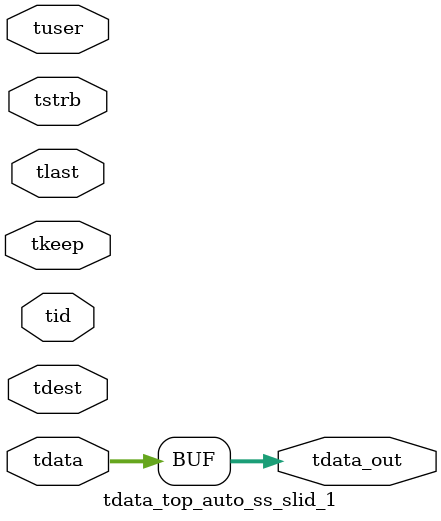
<source format=v>


`timescale 1ps/1ps

module tdata_top_auto_ss_slid_1 #
(
parameter C_S_AXIS_TDATA_WIDTH = 32,
parameter C_S_AXIS_TUSER_WIDTH = 0,
parameter C_S_AXIS_TID_WIDTH   = 0,
parameter C_S_AXIS_TDEST_WIDTH = 0,
parameter C_M_AXIS_TDATA_WIDTH = 32
)
(
input  [(C_S_AXIS_TDATA_WIDTH == 0 ? 1 : C_S_AXIS_TDATA_WIDTH)-1:0     ] tdata,
input  [(C_S_AXIS_TUSER_WIDTH == 0 ? 1 : C_S_AXIS_TUSER_WIDTH)-1:0     ] tuser,
input  [(C_S_AXIS_TID_WIDTH   == 0 ? 1 : C_S_AXIS_TID_WIDTH)-1:0       ] tid,
input  [(C_S_AXIS_TDEST_WIDTH == 0 ? 1 : C_S_AXIS_TDEST_WIDTH)-1:0     ] tdest,
input  [(C_S_AXIS_TDATA_WIDTH/8)-1:0 ] tkeep,
input  [(C_S_AXIS_TDATA_WIDTH/8)-1:0 ] tstrb,
input                                                                    tlast,
output [C_M_AXIS_TDATA_WIDTH-1:0] tdata_out
);

assign tdata_out = {tdata[31:0]};

endmodule


</source>
